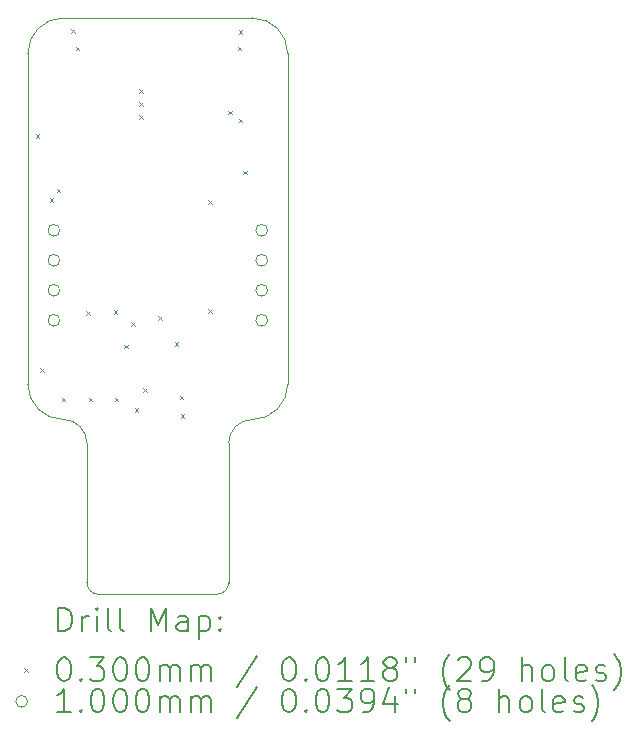
<source format=gbr>
%TF.GenerationSoftware,KiCad,Pcbnew,8.0.4*%
%TF.CreationDate,2024-09-01T23:06:21-05:00*%
%TF.ProjectId,Quick Hack,51756963-6b20-4486-9163-6b2e6b696361,rev?*%
%TF.SameCoordinates,Original*%
%TF.FileFunction,Drillmap*%
%TF.FilePolarity,Positive*%
%FSLAX45Y45*%
G04 Gerber Fmt 4.5, Leading zero omitted, Abs format (unit mm)*
G04 Created by KiCad (PCBNEW 8.0.4) date 2024-09-01 23:06:21*
%MOMM*%
%LPD*%
G01*
G04 APERTURE LIST*
%ADD10C,0.050000*%
%ADD11C,0.200000*%
%ADD12C,0.100000*%
G04 APERTURE END LIST*
D10*
X14280000Y-8520000D02*
G75*
G02*
X13980000Y-8820000I-300000J0D01*
G01*
X14280000Y-5720000D02*
X14280000Y-8520000D01*
X13780000Y-10200000D02*
X13780000Y-9020000D01*
X13180000Y-10300000D02*
X13680000Y-10300000D01*
X13980000Y-5420000D02*
G75*
G02*
X14280000Y-5720000I0J-300000D01*
G01*
X13180000Y-10300000D02*
X12680000Y-10300000D01*
X12080000Y-5720000D02*
G75*
G02*
X12380000Y-5420000I300000J0D01*
G01*
X12380000Y-8820000D02*
G75*
G02*
X12580000Y-9020000I0J-200000D01*
G01*
X12380000Y-8820000D02*
G75*
G02*
X12080000Y-8520000I0J300000D01*
G01*
X13780000Y-10200000D02*
G75*
G02*
X13680000Y-10300000I-100000J0D01*
G01*
X12580000Y-10200000D02*
X12580000Y-9020000D01*
X13980000Y-5420000D02*
X12380000Y-5420000D01*
X12680000Y-10300000D02*
G75*
G02*
X12580000Y-10200000I0J100000D01*
G01*
X12080000Y-5720000D02*
X12080000Y-8520000D01*
X13780000Y-9020000D02*
G75*
G02*
X13980000Y-8820000I200000J0D01*
G01*
D11*
D12*
X12145000Y-6405000D02*
X12175000Y-6435000D01*
X12175000Y-6405000D02*
X12145000Y-6435000D01*
X12185000Y-8385000D02*
X12215000Y-8415000D01*
X12215000Y-8385000D02*
X12185000Y-8415000D01*
X12265000Y-6945000D02*
X12295000Y-6975000D01*
X12295000Y-6945000D02*
X12265000Y-6975000D01*
X12325000Y-6865000D02*
X12355000Y-6895000D01*
X12355000Y-6865000D02*
X12325000Y-6895000D01*
X12365000Y-8635000D02*
X12395000Y-8665000D01*
X12395000Y-8635000D02*
X12365000Y-8665000D01*
X12445000Y-5515000D02*
X12475000Y-5545000D01*
X12475000Y-5515000D02*
X12445000Y-5545000D01*
X12485000Y-5665000D02*
X12515000Y-5695000D01*
X12515000Y-5665000D02*
X12485000Y-5695000D01*
X12575000Y-7905000D02*
X12605000Y-7935000D01*
X12605000Y-7905000D02*
X12575000Y-7935000D01*
X12595000Y-8635000D02*
X12625000Y-8665000D01*
X12625000Y-8635000D02*
X12595000Y-8665000D01*
X12805000Y-7895000D02*
X12835000Y-7925000D01*
X12835000Y-7895000D02*
X12805000Y-7925000D01*
X12815000Y-8635000D02*
X12845000Y-8665000D01*
X12845000Y-8635000D02*
X12815000Y-8665000D01*
X12895000Y-8185000D02*
X12925000Y-8215000D01*
X12925000Y-8185000D02*
X12895000Y-8215000D01*
X12955000Y-7995000D02*
X12985000Y-8025000D01*
X12985000Y-7995000D02*
X12955000Y-8025000D01*
X12985000Y-8725000D02*
X13015000Y-8755000D01*
X13015000Y-8725000D02*
X12985000Y-8755000D01*
X13025000Y-6025000D02*
X13055000Y-6055000D01*
X13055000Y-6025000D02*
X13025000Y-6055000D01*
X13025000Y-6135000D02*
X13055000Y-6165000D01*
X13055000Y-6135000D02*
X13025000Y-6165000D01*
X13025000Y-6245000D02*
X13055000Y-6275000D01*
X13055000Y-6245000D02*
X13025000Y-6275000D01*
X13055000Y-8555000D02*
X13085000Y-8585000D01*
X13085000Y-8555000D02*
X13055000Y-8585000D01*
X13185000Y-7945000D02*
X13215000Y-7975000D01*
X13215000Y-7945000D02*
X13185000Y-7975000D01*
X13325000Y-8165000D02*
X13355000Y-8195000D01*
X13355000Y-8165000D02*
X13325000Y-8195000D01*
X13364868Y-8620000D02*
X13394868Y-8650000D01*
X13394868Y-8620000D02*
X13364868Y-8650000D01*
X13375000Y-8775000D02*
X13405000Y-8805000D01*
X13405000Y-8775000D02*
X13375000Y-8805000D01*
X13605000Y-6965000D02*
X13635000Y-6995000D01*
X13635000Y-6965000D02*
X13605000Y-6995000D01*
X13605000Y-7885000D02*
X13635000Y-7915000D01*
X13635000Y-7885000D02*
X13605000Y-7915000D01*
X13775000Y-6205000D02*
X13805000Y-6235000D01*
X13805000Y-6205000D02*
X13775000Y-6235000D01*
X13855000Y-5665000D02*
X13885000Y-5695000D01*
X13885000Y-5665000D02*
X13855000Y-5695000D01*
X13865000Y-5525000D02*
X13895000Y-5555000D01*
X13895000Y-5525000D02*
X13865000Y-5555000D01*
X13865000Y-6275000D02*
X13895000Y-6305000D01*
X13895000Y-6275000D02*
X13865000Y-6305000D01*
X13905000Y-6715000D02*
X13935000Y-6745000D01*
X13935000Y-6715000D02*
X13905000Y-6745000D01*
X12350000Y-7218000D02*
G75*
G02*
X12250000Y-7218000I-50000J0D01*
G01*
X12250000Y-7218000D02*
G75*
G02*
X12350000Y-7218000I50000J0D01*
G01*
X12350000Y-7472000D02*
G75*
G02*
X12250000Y-7472000I-50000J0D01*
G01*
X12250000Y-7472000D02*
G75*
G02*
X12350000Y-7472000I50000J0D01*
G01*
X12350000Y-7726000D02*
G75*
G02*
X12250000Y-7726000I-50000J0D01*
G01*
X12250000Y-7726000D02*
G75*
G02*
X12350000Y-7726000I50000J0D01*
G01*
X12350000Y-7980000D02*
G75*
G02*
X12250000Y-7980000I-50000J0D01*
G01*
X12250000Y-7980000D02*
G75*
G02*
X12350000Y-7980000I50000J0D01*
G01*
X14110000Y-7218000D02*
G75*
G02*
X14010000Y-7218000I-50000J0D01*
G01*
X14010000Y-7218000D02*
G75*
G02*
X14110000Y-7218000I50000J0D01*
G01*
X14110000Y-7472000D02*
G75*
G02*
X14010000Y-7472000I-50000J0D01*
G01*
X14010000Y-7472000D02*
G75*
G02*
X14110000Y-7472000I50000J0D01*
G01*
X14110000Y-7726000D02*
G75*
G02*
X14010000Y-7726000I-50000J0D01*
G01*
X14010000Y-7726000D02*
G75*
G02*
X14110000Y-7726000I50000J0D01*
G01*
X14110000Y-7980000D02*
G75*
G02*
X14010000Y-7980000I-50000J0D01*
G01*
X14010000Y-7980000D02*
G75*
G02*
X14110000Y-7980000I50000J0D01*
G01*
D11*
X12338277Y-10613984D02*
X12338277Y-10413984D01*
X12338277Y-10413984D02*
X12385896Y-10413984D01*
X12385896Y-10413984D02*
X12414467Y-10423508D01*
X12414467Y-10423508D02*
X12433515Y-10442555D01*
X12433515Y-10442555D02*
X12443039Y-10461603D01*
X12443039Y-10461603D02*
X12452562Y-10499698D01*
X12452562Y-10499698D02*
X12452562Y-10528270D01*
X12452562Y-10528270D02*
X12443039Y-10566365D01*
X12443039Y-10566365D02*
X12433515Y-10585412D01*
X12433515Y-10585412D02*
X12414467Y-10604460D01*
X12414467Y-10604460D02*
X12385896Y-10613984D01*
X12385896Y-10613984D02*
X12338277Y-10613984D01*
X12538277Y-10613984D02*
X12538277Y-10480650D01*
X12538277Y-10518746D02*
X12547801Y-10499698D01*
X12547801Y-10499698D02*
X12557324Y-10490174D01*
X12557324Y-10490174D02*
X12576372Y-10480650D01*
X12576372Y-10480650D02*
X12595420Y-10480650D01*
X12662086Y-10613984D02*
X12662086Y-10480650D01*
X12662086Y-10413984D02*
X12652562Y-10423508D01*
X12652562Y-10423508D02*
X12662086Y-10433031D01*
X12662086Y-10433031D02*
X12671610Y-10423508D01*
X12671610Y-10423508D02*
X12662086Y-10413984D01*
X12662086Y-10413984D02*
X12662086Y-10433031D01*
X12785896Y-10613984D02*
X12766848Y-10604460D01*
X12766848Y-10604460D02*
X12757324Y-10585412D01*
X12757324Y-10585412D02*
X12757324Y-10413984D01*
X12890658Y-10613984D02*
X12871610Y-10604460D01*
X12871610Y-10604460D02*
X12862086Y-10585412D01*
X12862086Y-10585412D02*
X12862086Y-10413984D01*
X13119229Y-10613984D02*
X13119229Y-10413984D01*
X13119229Y-10413984D02*
X13185896Y-10556841D01*
X13185896Y-10556841D02*
X13252562Y-10413984D01*
X13252562Y-10413984D02*
X13252562Y-10613984D01*
X13433515Y-10613984D02*
X13433515Y-10509222D01*
X13433515Y-10509222D02*
X13423991Y-10490174D01*
X13423991Y-10490174D02*
X13404943Y-10480650D01*
X13404943Y-10480650D02*
X13366848Y-10480650D01*
X13366848Y-10480650D02*
X13347801Y-10490174D01*
X13433515Y-10604460D02*
X13414467Y-10613984D01*
X13414467Y-10613984D02*
X13366848Y-10613984D01*
X13366848Y-10613984D02*
X13347801Y-10604460D01*
X13347801Y-10604460D02*
X13338277Y-10585412D01*
X13338277Y-10585412D02*
X13338277Y-10566365D01*
X13338277Y-10566365D02*
X13347801Y-10547317D01*
X13347801Y-10547317D02*
X13366848Y-10537793D01*
X13366848Y-10537793D02*
X13414467Y-10537793D01*
X13414467Y-10537793D02*
X13433515Y-10528270D01*
X13528753Y-10480650D02*
X13528753Y-10680650D01*
X13528753Y-10490174D02*
X13547801Y-10480650D01*
X13547801Y-10480650D02*
X13585896Y-10480650D01*
X13585896Y-10480650D02*
X13604943Y-10490174D01*
X13604943Y-10490174D02*
X13614467Y-10499698D01*
X13614467Y-10499698D02*
X13623991Y-10518746D01*
X13623991Y-10518746D02*
X13623991Y-10575889D01*
X13623991Y-10575889D02*
X13614467Y-10594936D01*
X13614467Y-10594936D02*
X13604943Y-10604460D01*
X13604943Y-10604460D02*
X13585896Y-10613984D01*
X13585896Y-10613984D02*
X13547801Y-10613984D01*
X13547801Y-10613984D02*
X13528753Y-10604460D01*
X13709705Y-10594936D02*
X13719229Y-10604460D01*
X13719229Y-10604460D02*
X13709705Y-10613984D01*
X13709705Y-10613984D02*
X13700182Y-10604460D01*
X13700182Y-10604460D02*
X13709705Y-10594936D01*
X13709705Y-10594936D02*
X13709705Y-10613984D01*
X13709705Y-10490174D02*
X13719229Y-10499698D01*
X13719229Y-10499698D02*
X13709705Y-10509222D01*
X13709705Y-10509222D02*
X13700182Y-10499698D01*
X13700182Y-10499698D02*
X13709705Y-10490174D01*
X13709705Y-10490174D02*
X13709705Y-10509222D01*
D12*
X12047500Y-10927500D02*
X12077500Y-10957500D01*
X12077500Y-10927500D02*
X12047500Y-10957500D01*
D11*
X12376372Y-10833984D02*
X12395420Y-10833984D01*
X12395420Y-10833984D02*
X12414467Y-10843508D01*
X12414467Y-10843508D02*
X12423991Y-10853031D01*
X12423991Y-10853031D02*
X12433515Y-10872079D01*
X12433515Y-10872079D02*
X12443039Y-10910174D01*
X12443039Y-10910174D02*
X12443039Y-10957793D01*
X12443039Y-10957793D02*
X12433515Y-10995889D01*
X12433515Y-10995889D02*
X12423991Y-11014936D01*
X12423991Y-11014936D02*
X12414467Y-11024460D01*
X12414467Y-11024460D02*
X12395420Y-11033984D01*
X12395420Y-11033984D02*
X12376372Y-11033984D01*
X12376372Y-11033984D02*
X12357324Y-11024460D01*
X12357324Y-11024460D02*
X12347801Y-11014936D01*
X12347801Y-11014936D02*
X12338277Y-10995889D01*
X12338277Y-10995889D02*
X12328753Y-10957793D01*
X12328753Y-10957793D02*
X12328753Y-10910174D01*
X12328753Y-10910174D02*
X12338277Y-10872079D01*
X12338277Y-10872079D02*
X12347801Y-10853031D01*
X12347801Y-10853031D02*
X12357324Y-10843508D01*
X12357324Y-10843508D02*
X12376372Y-10833984D01*
X12528753Y-11014936D02*
X12538277Y-11024460D01*
X12538277Y-11024460D02*
X12528753Y-11033984D01*
X12528753Y-11033984D02*
X12519229Y-11024460D01*
X12519229Y-11024460D02*
X12528753Y-11014936D01*
X12528753Y-11014936D02*
X12528753Y-11033984D01*
X12604943Y-10833984D02*
X12728753Y-10833984D01*
X12728753Y-10833984D02*
X12662086Y-10910174D01*
X12662086Y-10910174D02*
X12690658Y-10910174D01*
X12690658Y-10910174D02*
X12709705Y-10919698D01*
X12709705Y-10919698D02*
X12719229Y-10929222D01*
X12719229Y-10929222D02*
X12728753Y-10948270D01*
X12728753Y-10948270D02*
X12728753Y-10995889D01*
X12728753Y-10995889D02*
X12719229Y-11014936D01*
X12719229Y-11014936D02*
X12709705Y-11024460D01*
X12709705Y-11024460D02*
X12690658Y-11033984D01*
X12690658Y-11033984D02*
X12633515Y-11033984D01*
X12633515Y-11033984D02*
X12614467Y-11024460D01*
X12614467Y-11024460D02*
X12604943Y-11014936D01*
X12852562Y-10833984D02*
X12871610Y-10833984D01*
X12871610Y-10833984D02*
X12890658Y-10843508D01*
X12890658Y-10843508D02*
X12900182Y-10853031D01*
X12900182Y-10853031D02*
X12909705Y-10872079D01*
X12909705Y-10872079D02*
X12919229Y-10910174D01*
X12919229Y-10910174D02*
X12919229Y-10957793D01*
X12919229Y-10957793D02*
X12909705Y-10995889D01*
X12909705Y-10995889D02*
X12900182Y-11014936D01*
X12900182Y-11014936D02*
X12890658Y-11024460D01*
X12890658Y-11024460D02*
X12871610Y-11033984D01*
X12871610Y-11033984D02*
X12852562Y-11033984D01*
X12852562Y-11033984D02*
X12833515Y-11024460D01*
X12833515Y-11024460D02*
X12823991Y-11014936D01*
X12823991Y-11014936D02*
X12814467Y-10995889D01*
X12814467Y-10995889D02*
X12804943Y-10957793D01*
X12804943Y-10957793D02*
X12804943Y-10910174D01*
X12804943Y-10910174D02*
X12814467Y-10872079D01*
X12814467Y-10872079D02*
X12823991Y-10853031D01*
X12823991Y-10853031D02*
X12833515Y-10843508D01*
X12833515Y-10843508D02*
X12852562Y-10833984D01*
X13043039Y-10833984D02*
X13062086Y-10833984D01*
X13062086Y-10833984D02*
X13081134Y-10843508D01*
X13081134Y-10843508D02*
X13090658Y-10853031D01*
X13090658Y-10853031D02*
X13100182Y-10872079D01*
X13100182Y-10872079D02*
X13109705Y-10910174D01*
X13109705Y-10910174D02*
X13109705Y-10957793D01*
X13109705Y-10957793D02*
X13100182Y-10995889D01*
X13100182Y-10995889D02*
X13090658Y-11014936D01*
X13090658Y-11014936D02*
X13081134Y-11024460D01*
X13081134Y-11024460D02*
X13062086Y-11033984D01*
X13062086Y-11033984D02*
X13043039Y-11033984D01*
X13043039Y-11033984D02*
X13023991Y-11024460D01*
X13023991Y-11024460D02*
X13014467Y-11014936D01*
X13014467Y-11014936D02*
X13004943Y-10995889D01*
X13004943Y-10995889D02*
X12995420Y-10957793D01*
X12995420Y-10957793D02*
X12995420Y-10910174D01*
X12995420Y-10910174D02*
X13004943Y-10872079D01*
X13004943Y-10872079D02*
X13014467Y-10853031D01*
X13014467Y-10853031D02*
X13023991Y-10843508D01*
X13023991Y-10843508D02*
X13043039Y-10833984D01*
X13195420Y-11033984D02*
X13195420Y-10900650D01*
X13195420Y-10919698D02*
X13204943Y-10910174D01*
X13204943Y-10910174D02*
X13223991Y-10900650D01*
X13223991Y-10900650D02*
X13252563Y-10900650D01*
X13252563Y-10900650D02*
X13271610Y-10910174D01*
X13271610Y-10910174D02*
X13281134Y-10929222D01*
X13281134Y-10929222D02*
X13281134Y-11033984D01*
X13281134Y-10929222D02*
X13290658Y-10910174D01*
X13290658Y-10910174D02*
X13309705Y-10900650D01*
X13309705Y-10900650D02*
X13338277Y-10900650D01*
X13338277Y-10900650D02*
X13357324Y-10910174D01*
X13357324Y-10910174D02*
X13366848Y-10929222D01*
X13366848Y-10929222D02*
X13366848Y-11033984D01*
X13462086Y-11033984D02*
X13462086Y-10900650D01*
X13462086Y-10919698D02*
X13471610Y-10910174D01*
X13471610Y-10910174D02*
X13490658Y-10900650D01*
X13490658Y-10900650D02*
X13519229Y-10900650D01*
X13519229Y-10900650D02*
X13538277Y-10910174D01*
X13538277Y-10910174D02*
X13547801Y-10929222D01*
X13547801Y-10929222D02*
X13547801Y-11033984D01*
X13547801Y-10929222D02*
X13557324Y-10910174D01*
X13557324Y-10910174D02*
X13576372Y-10900650D01*
X13576372Y-10900650D02*
X13604943Y-10900650D01*
X13604943Y-10900650D02*
X13623991Y-10910174D01*
X13623991Y-10910174D02*
X13633515Y-10929222D01*
X13633515Y-10929222D02*
X13633515Y-11033984D01*
X14023991Y-10824460D02*
X13852563Y-11081603D01*
X14281134Y-10833984D02*
X14300182Y-10833984D01*
X14300182Y-10833984D02*
X14319229Y-10843508D01*
X14319229Y-10843508D02*
X14328753Y-10853031D01*
X14328753Y-10853031D02*
X14338277Y-10872079D01*
X14338277Y-10872079D02*
X14347801Y-10910174D01*
X14347801Y-10910174D02*
X14347801Y-10957793D01*
X14347801Y-10957793D02*
X14338277Y-10995889D01*
X14338277Y-10995889D02*
X14328753Y-11014936D01*
X14328753Y-11014936D02*
X14319229Y-11024460D01*
X14319229Y-11024460D02*
X14300182Y-11033984D01*
X14300182Y-11033984D02*
X14281134Y-11033984D01*
X14281134Y-11033984D02*
X14262086Y-11024460D01*
X14262086Y-11024460D02*
X14252563Y-11014936D01*
X14252563Y-11014936D02*
X14243039Y-10995889D01*
X14243039Y-10995889D02*
X14233515Y-10957793D01*
X14233515Y-10957793D02*
X14233515Y-10910174D01*
X14233515Y-10910174D02*
X14243039Y-10872079D01*
X14243039Y-10872079D02*
X14252563Y-10853031D01*
X14252563Y-10853031D02*
X14262086Y-10843508D01*
X14262086Y-10843508D02*
X14281134Y-10833984D01*
X14433515Y-11014936D02*
X14443039Y-11024460D01*
X14443039Y-11024460D02*
X14433515Y-11033984D01*
X14433515Y-11033984D02*
X14423991Y-11024460D01*
X14423991Y-11024460D02*
X14433515Y-11014936D01*
X14433515Y-11014936D02*
X14433515Y-11033984D01*
X14566848Y-10833984D02*
X14585896Y-10833984D01*
X14585896Y-10833984D02*
X14604944Y-10843508D01*
X14604944Y-10843508D02*
X14614467Y-10853031D01*
X14614467Y-10853031D02*
X14623991Y-10872079D01*
X14623991Y-10872079D02*
X14633515Y-10910174D01*
X14633515Y-10910174D02*
X14633515Y-10957793D01*
X14633515Y-10957793D02*
X14623991Y-10995889D01*
X14623991Y-10995889D02*
X14614467Y-11014936D01*
X14614467Y-11014936D02*
X14604944Y-11024460D01*
X14604944Y-11024460D02*
X14585896Y-11033984D01*
X14585896Y-11033984D02*
X14566848Y-11033984D01*
X14566848Y-11033984D02*
X14547801Y-11024460D01*
X14547801Y-11024460D02*
X14538277Y-11014936D01*
X14538277Y-11014936D02*
X14528753Y-10995889D01*
X14528753Y-10995889D02*
X14519229Y-10957793D01*
X14519229Y-10957793D02*
X14519229Y-10910174D01*
X14519229Y-10910174D02*
X14528753Y-10872079D01*
X14528753Y-10872079D02*
X14538277Y-10853031D01*
X14538277Y-10853031D02*
X14547801Y-10843508D01*
X14547801Y-10843508D02*
X14566848Y-10833984D01*
X14823991Y-11033984D02*
X14709706Y-11033984D01*
X14766848Y-11033984D02*
X14766848Y-10833984D01*
X14766848Y-10833984D02*
X14747801Y-10862555D01*
X14747801Y-10862555D02*
X14728753Y-10881603D01*
X14728753Y-10881603D02*
X14709706Y-10891127D01*
X15014467Y-11033984D02*
X14900182Y-11033984D01*
X14957325Y-11033984D02*
X14957325Y-10833984D01*
X14957325Y-10833984D02*
X14938277Y-10862555D01*
X14938277Y-10862555D02*
X14919229Y-10881603D01*
X14919229Y-10881603D02*
X14900182Y-10891127D01*
X15128753Y-10919698D02*
X15109706Y-10910174D01*
X15109706Y-10910174D02*
X15100182Y-10900650D01*
X15100182Y-10900650D02*
X15090658Y-10881603D01*
X15090658Y-10881603D02*
X15090658Y-10872079D01*
X15090658Y-10872079D02*
X15100182Y-10853031D01*
X15100182Y-10853031D02*
X15109706Y-10843508D01*
X15109706Y-10843508D02*
X15128753Y-10833984D01*
X15128753Y-10833984D02*
X15166848Y-10833984D01*
X15166848Y-10833984D02*
X15185896Y-10843508D01*
X15185896Y-10843508D02*
X15195420Y-10853031D01*
X15195420Y-10853031D02*
X15204944Y-10872079D01*
X15204944Y-10872079D02*
X15204944Y-10881603D01*
X15204944Y-10881603D02*
X15195420Y-10900650D01*
X15195420Y-10900650D02*
X15185896Y-10910174D01*
X15185896Y-10910174D02*
X15166848Y-10919698D01*
X15166848Y-10919698D02*
X15128753Y-10919698D01*
X15128753Y-10919698D02*
X15109706Y-10929222D01*
X15109706Y-10929222D02*
X15100182Y-10938746D01*
X15100182Y-10938746D02*
X15090658Y-10957793D01*
X15090658Y-10957793D02*
X15090658Y-10995889D01*
X15090658Y-10995889D02*
X15100182Y-11014936D01*
X15100182Y-11014936D02*
X15109706Y-11024460D01*
X15109706Y-11024460D02*
X15128753Y-11033984D01*
X15128753Y-11033984D02*
X15166848Y-11033984D01*
X15166848Y-11033984D02*
X15185896Y-11024460D01*
X15185896Y-11024460D02*
X15195420Y-11014936D01*
X15195420Y-11014936D02*
X15204944Y-10995889D01*
X15204944Y-10995889D02*
X15204944Y-10957793D01*
X15204944Y-10957793D02*
X15195420Y-10938746D01*
X15195420Y-10938746D02*
X15185896Y-10929222D01*
X15185896Y-10929222D02*
X15166848Y-10919698D01*
X15281134Y-10833984D02*
X15281134Y-10872079D01*
X15357325Y-10833984D02*
X15357325Y-10872079D01*
X15652563Y-11110174D02*
X15643039Y-11100650D01*
X15643039Y-11100650D02*
X15623991Y-11072079D01*
X15623991Y-11072079D02*
X15614468Y-11053031D01*
X15614468Y-11053031D02*
X15604944Y-11024460D01*
X15604944Y-11024460D02*
X15595420Y-10976841D01*
X15595420Y-10976841D02*
X15595420Y-10938746D01*
X15595420Y-10938746D02*
X15604944Y-10891127D01*
X15604944Y-10891127D02*
X15614468Y-10862555D01*
X15614468Y-10862555D02*
X15623991Y-10843508D01*
X15623991Y-10843508D02*
X15643039Y-10814936D01*
X15643039Y-10814936D02*
X15652563Y-10805412D01*
X15719229Y-10853031D02*
X15728753Y-10843508D01*
X15728753Y-10843508D02*
X15747801Y-10833984D01*
X15747801Y-10833984D02*
X15795420Y-10833984D01*
X15795420Y-10833984D02*
X15814468Y-10843508D01*
X15814468Y-10843508D02*
X15823991Y-10853031D01*
X15823991Y-10853031D02*
X15833515Y-10872079D01*
X15833515Y-10872079D02*
X15833515Y-10891127D01*
X15833515Y-10891127D02*
X15823991Y-10919698D01*
X15823991Y-10919698D02*
X15709706Y-11033984D01*
X15709706Y-11033984D02*
X15833515Y-11033984D01*
X15928753Y-11033984D02*
X15966848Y-11033984D01*
X15966848Y-11033984D02*
X15985896Y-11024460D01*
X15985896Y-11024460D02*
X15995420Y-11014936D01*
X15995420Y-11014936D02*
X16014468Y-10986365D01*
X16014468Y-10986365D02*
X16023991Y-10948270D01*
X16023991Y-10948270D02*
X16023991Y-10872079D01*
X16023991Y-10872079D02*
X16014468Y-10853031D01*
X16014468Y-10853031D02*
X16004944Y-10843508D01*
X16004944Y-10843508D02*
X15985896Y-10833984D01*
X15985896Y-10833984D02*
X15947801Y-10833984D01*
X15947801Y-10833984D02*
X15928753Y-10843508D01*
X15928753Y-10843508D02*
X15919229Y-10853031D01*
X15919229Y-10853031D02*
X15909706Y-10872079D01*
X15909706Y-10872079D02*
X15909706Y-10919698D01*
X15909706Y-10919698D02*
X15919229Y-10938746D01*
X15919229Y-10938746D02*
X15928753Y-10948270D01*
X15928753Y-10948270D02*
X15947801Y-10957793D01*
X15947801Y-10957793D02*
X15985896Y-10957793D01*
X15985896Y-10957793D02*
X16004944Y-10948270D01*
X16004944Y-10948270D02*
X16014468Y-10938746D01*
X16014468Y-10938746D02*
X16023991Y-10919698D01*
X16262087Y-11033984D02*
X16262087Y-10833984D01*
X16347801Y-11033984D02*
X16347801Y-10929222D01*
X16347801Y-10929222D02*
X16338277Y-10910174D01*
X16338277Y-10910174D02*
X16319230Y-10900650D01*
X16319230Y-10900650D02*
X16290658Y-10900650D01*
X16290658Y-10900650D02*
X16271610Y-10910174D01*
X16271610Y-10910174D02*
X16262087Y-10919698D01*
X16471610Y-11033984D02*
X16452563Y-11024460D01*
X16452563Y-11024460D02*
X16443039Y-11014936D01*
X16443039Y-11014936D02*
X16433515Y-10995889D01*
X16433515Y-10995889D02*
X16433515Y-10938746D01*
X16433515Y-10938746D02*
X16443039Y-10919698D01*
X16443039Y-10919698D02*
X16452563Y-10910174D01*
X16452563Y-10910174D02*
X16471610Y-10900650D01*
X16471610Y-10900650D02*
X16500182Y-10900650D01*
X16500182Y-10900650D02*
X16519230Y-10910174D01*
X16519230Y-10910174D02*
X16528753Y-10919698D01*
X16528753Y-10919698D02*
X16538277Y-10938746D01*
X16538277Y-10938746D02*
X16538277Y-10995889D01*
X16538277Y-10995889D02*
X16528753Y-11014936D01*
X16528753Y-11014936D02*
X16519230Y-11024460D01*
X16519230Y-11024460D02*
X16500182Y-11033984D01*
X16500182Y-11033984D02*
X16471610Y-11033984D01*
X16652563Y-11033984D02*
X16633515Y-11024460D01*
X16633515Y-11024460D02*
X16623991Y-11005412D01*
X16623991Y-11005412D02*
X16623991Y-10833984D01*
X16804944Y-11024460D02*
X16785896Y-11033984D01*
X16785896Y-11033984D02*
X16747801Y-11033984D01*
X16747801Y-11033984D02*
X16728753Y-11024460D01*
X16728753Y-11024460D02*
X16719230Y-11005412D01*
X16719230Y-11005412D02*
X16719230Y-10929222D01*
X16719230Y-10929222D02*
X16728753Y-10910174D01*
X16728753Y-10910174D02*
X16747801Y-10900650D01*
X16747801Y-10900650D02*
X16785896Y-10900650D01*
X16785896Y-10900650D02*
X16804944Y-10910174D01*
X16804944Y-10910174D02*
X16814468Y-10929222D01*
X16814468Y-10929222D02*
X16814468Y-10948270D01*
X16814468Y-10948270D02*
X16719230Y-10967317D01*
X16890658Y-11024460D02*
X16909706Y-11033984D01*
X16909706Y-11033984D02*
X16947801Y-11033984D01*
X16947801Y-11033984D02*
X16966849Y-11024460D01*
X16966849Y-11024460D02*
X16976373Y-11005412D01*
X16976373Y-11005412D02*
X16976373Y-10995889D01*
X16976373Y-10995889D02*
X16966849Y-10976841D01*
X16966849Y-10976841D02*
X16947801Y-10967317D01*
X16947801Y-10967317D02*
X16919230Y-10967317D01*
X16919230Y-10967317D02*
X16900182Y-10957793D01*
X16900182Y-10957793D02*
X16890658Y-10938746D01*
X16890658Y-10938746D02*
X16890658Y-10929222D01*
X16890658Y-10929222D02*
X16900182Y-10910174D01*
X16900182Y-10910174D02*
X16919230Y-10900650D01*
X16919230Y-10900650D02*
X16947801Y-10900650D01*
X16947801Y-10900650D02*
X16966849Y-10910174D01*
X17043039Y-11110174D02*
X17052563Y-11100650D01*
X17052563Y-11100650D02*
X17071611Y-11072079D01*
X17071611Y-11072079D02*
X17081134Y-11053031D01*
X17081134Y-11053031D02*
X17090658Y-11024460D01*
X17090658Y-11024460D02*
X17100182Y-10976841D01*
X17100182Y-10976841D02*
X17100182Y-10938746D01*
X17100182Y-10938746D02*
X17090658Y-10891127D01*
X17090658Y-10891127D02*
X17081134Y-10862555D01*
X17081134Y-10862555D02*
X17071611Y-10843508D01*
X17071611Y-10843508D02*
X17052563Y-10814936D01*
X17052563Y-10814936D02*
X17043039Y-10805412D01*
D12*
X12077500Y-11206500D02*
G75*
G02*
X11977500Y-11206500I-50000J0D01*
G01*
X11977500Y-11206500D02*
G75*
G02*
X12077500Y-11206500I50000J0D01*
G01*
D11*
X12443039Y-11297984D02*
X12328753Y-11297984D01*
X12385896Y-11297984D02*
X12385896Y-11097984D01*
X12385896Y-11097984D02*
X12366848Y-11126555D01*
X12366848Y-11126555D02*
X12347801Y-11145603D01*
X12347801Y-11145603D02*
X12328753Y-11155127D01*
X12528753Y-11278936D02*
X12538277Y-11288460D01*
X12538277Y-11288460D02*
X12528753Y-11297984D01*
X12528753Y-11297984D02*
X12519229Y-11288460D01*
X12519229Y-11288460D02*
X12528753Y-11278936D01*
X12528753Y-11278936D02*
X12528753Y-11297984D01*
X12662086Y-11097984D02*
X12681134Y-11097984D01*
X12681134Y-11097984D02*
X12700182Y-11107508D01*
X12700182Y-11107508D02*
X12709705Y-11117031D01*
X12709705Y-11117031D02*
X12719229Y-11136079D01*
X12719229Y-11136079D02*
X12728753Y-11174174D01*
X12728753Y-11174174D02*
X12728753Y-11221793D01*
X12728753Y-11221793D02*
X12719229Y-11259888D01*
X12719229Y-11259888D02*
X12709705Y-11278936D01*
X12709705Y-11278936D02*
X12700182Y-11288460D01*
X12700182Y-11288460D02*
X12681134Y-11297984D01*
X12681134Y-11297984D02*
X12662086Y-11297984D01*
X12662086Y-11297984D02*
X12643039Y-11288460D01*
X12643039Y-11288460D02*
X12633515Y-11278936D01*
X12633515Y-11278936D02*
X12623991Y-11259888D01*
X12623991Y-11259888D02*
X12614467Y-11221793D01*
X12614467Y-11221793D02*
X12614467Y-11174174D01*
X12614467Y-11174174D02*
X12623991Y-11136079D01*
X12623991Y-11136079D02*
X12633515Y-11117031D01*
X12633515Y-11117031D02*
X12643039Y-11107508D01*
X12643039Y-11107508D02*
X12662086Y-11097984D01*
X12852562Y-11097984D02*
X12871610Y-11097984D01*
X12871610Y-11097984D02*
X12890658Y-11107508D01*
X12890658Y-11107508D02*
X12900182Y-11117031D01*
X12900182Y-11117031D02*
X12909705Y-11136079D01*
X12909705Y-11136079D02*
X12919229Y-11174174D01*
X12919229Y-11174174D02*
X12919229Y-11221793D01*
X12919229Y-11221793D02*
X12909705Y-11259888D01*
X12909705Y-11259888D02*
X12900182Y-11278936D01*
X12900182Y-11278936D02*
X12890658Y-11288460D01*
X12890658Y-11288460D02*
X12871610Y-11297984D01*
X12871610Y-11297984D02*
X12852562Y-11297984D01*
X12852562Y-11297984D02*
X12833515Y-11288460D01*
X12833515Y-11288460D02*
X12823991Y-11278936D01*
X12823991Y-11278936D02*
X12814467Y-11259888D01*
X12814467Y-11259888D02*
X12804943Y-11221793D01*
X12804943Y-11221793D02*
X12804943Y-11174174D01*
X12804943Y-11174174D02*
X12814467Y-11136079D01*
X12814467Y-11136079D02*
X12823991Y-11117031D01*
X12823991Y-11117031D02*
X12833515Y-11107508D01*
X12833515Y-11107508D02*
X12852562Y-11097984D01*
X13043039Y-11097984D02*
X13062086Y-11097984D01*
X13062086Y-11097984D02*
X13081134Y-11107508D01*
X13081134Y-11107508D02*
X13090658Y-11117031D01*
X13090658Y-11117031D02*
X13100182Y-11136079D01*
X13100182Y-11136079D02*
X13109705Y-11174174D01*
X13109705Y-11174174D02*
X13109705Y-11221793D01*
X13109705Y-11221793D02*
X13100182Y-11259888D01*
X13100182Y-11259888D02*
X13090658Y-11278936D01*
X13090658Y-11278936D02*
X13081134Y-11288460D01*
X13081134Y-11288460D02*
X13062086Y-11297984D01*
X13062086Y-11297984D02*
X13043039Y-11297984D01*
X13043039Y-11297984D02*
X13023991Y-11288460D01*
X13023991Y-11288460D02*
X13014467Y-11278936D01*
X13014467Y-11278936D02*
X13004943Y-11259888D01*
X13004943Y-11259888D02*
X12995420Y-11221793D01*
X12995420Y-11221793D02*
X12995420Y-11174174D01*
X12995420Y-11174174D02*
X13004943Y-11136079D01*
X13004943Y-11136079D02*
X13014467Y-11117031D01*
X13014467Y-11117031D02*
X13023991Y-11107508D01*
X13023991Y-11107508D02*
X13043039Y-11097984D01*
X13195420Y-11297984D02*
X13195420Y-11164650D01*
X13195420Y-11183698D02*
X13204943Y-11174174D01*
X13204943Y-11174174D02*
X13223991Y-11164650D01*
X13223991Y-11164650D02*
X13252563Y-11164650D01*
X13252563Y-11164650D02*
X13271610Y-11174174D01*
X13271610Y-11174174D02*
X13281134Y-11193222D01*
X13281134Y-11193222D02*
X13281134Y-11297984D01*
X13281134Y-11193222D02*
X13290658Y-11174174D01*
X13290658Y-11174174D02*
X13309705Y-11164650D01*
X13309705Y-11164650D02*
X13338277Y-11164650D01*
X13338277Y-11164650D02*
X13357324Y-11174174D01*
X13357324Y-11174174D02*
X13366848Y-11193222D01*
X13366848Y-11193222D02*
X13366848Y-11297984D01*
X13462086Y-11297984D02*
X13462086Y-11164650D01*
X13462086Y-11183698D02*
X13471610Y-11174174D01*
X13471610Y-11174174D02*
X13490658Y-11164650D01*
X13490658Y-11164650D02*
X13519229Y-11164650D01*
X13519229Y-11164650D02*
X13538277Y-11174174D01*
X13538277Y-11174174D02*
X13547801Y-11193222D01*
X13547801Y-11193222D02*
X13547801Y-11297984D01*
X13547801Y-11193222D02*
X13557324Y-11174174D01*
X13557324Y-11174174D02*
X13576372Y-11164650D01*
X13576372Y-11164650D02*
X13604943Y-11164650D01*
X13604943Y-11164650D02*
X13623991Y-11174174D01*
X13623991Y-11174174D02*
X13633515Y-11193222D01*
X13633515Y-11193222D02*
X13633515Y-11297984D01*
X14023991Y-11088460D02*
X13852563Y-11345603D01*
X14281134Y-11097984D02*
X14300182Y-11097984D01*
X14300182Y-11097984D02*
X14319229Y-11107508D01*
X14319229Y-11107508D02*
X14328753Y-11117031D01*
X14328753Y-11117031D02*
X14338277Y-11136079D01*
X14338277Y-11136079D02*
X14347801Y-11174174D01*
X14347801Y-11174174D02*
X14347801Y-11221793D01*
X14347801Y-11221793D02*
X14338277Y-11259888D01*
X14338277Y-11259888D02*
X14328753Y-11278936D01*
X14328753Y-11278936D02*
X14319229Y-11288460D01*
X14319229Y-11288460D02*
X14300182Y-11297984D01*
X14300182Y-11297984D02*
X14281134Y-11297984D01*
X14281134Y-11297984D02*
X14262086Y-11288460D01*
X14262086Y-11288460D02*
X14252563Y-11278936D01*
X14252563Y-11278936D02*
X14243039Y-11259888D01*
X14243039Y-11259888D02*
X14233515Y-11221793D01*
X14233515Y-11221793D02*
X14233515Y-11174174D01*
X14233515Y-11174174D02*
X14243039Y-11136079D01*
X14243039Y-11136079D02*
X14252563Y-11117031D01*
X14252563Y-11117031D02*
X14262086Y-11107508D01*
X14262086Y-11107508D02*
X14281134Y-11097984D01*
X14433515Y-11278936D02*
X14443039Y-11288460D01*
X14443039Y-11288460D02*
X14433515Y-11297984D01*
X14433515Y-11297984D02*
X14423991Y-11288460D01*
X14423991Y-11288460D02*
X14433515Y-11278936D01*
X14433515Y-11278936D02*
X14433515Y-11297984D01*
X14566848Y-11097984D02*
X14585896Y-11097984D01*
X14585896Y-11097984D02*
X14604944Y-11107508D01*
X14604944Y-11107508D02*
X14614467Y-11117031D01*
X14614467Y-11117031D02*
X14623991Y-11136079D01*
X14623991Y-11136079D02*
X14633515Y-11174174D01*
X14633515Y-11174174D02*
X14633515Y-11221793D01*
X14633515Y-11221793D02*
X14623991Y-11259888D01*
X14623991Y-11259888D02*
X14614467Y-11278936D01*
X14614467Y-11278936D02*
X14604944Y-11288460D01*
X14604944Y-11288460D02*
X14585896Y-11297984D01*
X14585896Y-11297984D02*
X14566848Y-11297984D01*
X14566848Y-11297984D02*
X14547801Y-11288460D01*
X14547801Y-11288460D02*
X14538277Y-11278936D01*
X14538277Y-11278936D02*
X14528753Y-11259888D01*
X14528753Y-11259888D02*
X14519229Y-11221793D01*
X14519229Y-11221793D02*
X14519229Y-11174174D01*
X14519229Y-11174174D02*
X14528753Y-11136079D01*
X14528753Y-11136079D02*
X14538277Y-11117031D01*
X14538277Y-11117031D02*
X14547801Y-11107508D01*
X14547801Y-11107508D02*
X14566848Y-11097984D01*
X14700182Y-11097984D02*
X14823991Y-11097984D01*
X14823991Y-11097984D02*
X14757325Y-11174174D01*
X14757325Y-11174174D02*
X14785896Y-11174174D01*
X14785896Y-11174174D02*
X14804944Y-11183698D01*
X14804944Y-11183698D02*
X14814467Y-11193222D01*
X14814467Y-11193222D02*
X14823991Y-11212269D01*
X14823991Y-11212269D02*
X14823991Y-11259888D01*
X14823991Y-11259888D02*
X14814467Y-11278936D01*
X14814467Y-11278936D02*
X14804944Y-11288460D01*
X14804944Y-11288460D02*
X14785896Y-11297984D01*
X14785896Y-11297984D02*
X14728753Y-11297984D01*
X14728753Y-11297984D02*
X14709706Y-11288460D01*
X14709706Y-11288460D02*
X14700182Y-11278936D01*
X14919229Y-11297984D02*
X14957325Y-11297984D01*
X14957325Y-11297984D02*
X14976372Y-11288460D01*
X14976372Y-11288460D02*
X14985896Y-11278936D01*
X14985896Y-11278936D02*
X15004944Y-11250365D01*
X15004944Y-11250365D02*
X15014467Y-11212269D01*
X15014467Y-11212269D02*
X15014467Y-11136079D01*
X15014467Y-11136079D02*
X15004944Y-11117031D01*
X15004944Y-11117031D02*
X14995420Y-11107508D01*
X14995420Y-11107508D02*
X14976372Y-11097984D01*
X14976372Y-11097984D02*
X14938277Y-11097984D01*
X14938277Y-11097984D02*
X14919229Y-11107508D01*
X14919229Y-11107508D02*
X14909706Y-11117031D01*
X14909706Y-11117031D02*
X14900182Y-11136079D01*
X14900182Y-11136079D02*
X14900182Y-11183698D01*
X14900182Y-11183698D02*
X14909706Y-11202746D01*
X14909706Y-11202746D02*
X14919229Y-11212269D01*
X14919229Y-11212269D02*
X14938277Y-11221793D01*
X14938277Y-11221793D02*
X14976372Y-11221793D01*
X14976372Y-11221793D02*
X14995420Y-11212269D01*
X14995420Y-11212269D02*
X15004944Y-11202746D01*
X15004944Y-11202746D02*
X15014467Y-11183698D01*
X15185896Y-11164650D02*
X15185896Y-11297984D01*
X15138277Y-11088460D02*
X15090658Y-11231317D01*
X15090658Y-11231317D02*
X15214467Y-11231317D01*
X15281134Y-11097984D02*
X15281134Y-11136079D01*
X15357325Y-11097984D02*
X15357325Y-11136079D01*
X15652563Y-11374174D02*
X15643039Y-11364650D01*
X15643039Y-11364650D02*
X15623991Y-11336079D01*
X15623991Y-11336079D02*
X15614468Y-11317031D01*
X15614468Y-11317031D02*
X15604944Y-11288460D01*
X15604944Y-11288460D02*
X15595420Y-11240841D01*
X15595420Y-11240841D02*
X15595420Y-11202746D01*
X15595420Y-11202746D02*
X15604944Y-11155127D01*
X15604944Y-11155127D02*
X15614468Y-11126555D01*
X15614468Y-11126555D02*
X15623991Y-11107508D01*
X15623991Y-11107508D02*
X15643039Y-11078936D01*
X15643039Y-11078936D02*
X15652563Y-11069412D01*
X15757325Y-11183698D02*
X15738277Y-11174174D01*
X15738277Y-11174174D02*
X15728753Y-11164650D01*
X15728753Y-11164650D02*
X15719229Y-11145603D01*
X15719229Y-11145603D02*
X15719229Y-11136079D01*
X15719229Y-11136079D02*
X15728753Y-11117031D01*
X15728753Y-11117031D02*
X15738277Y-11107508D01*
X15738277Y-11107508D02*
X15757325Y-11097984D01*
X15757325Y-11097984D02*
X15795420Y-11097984D01*
X15795420Y-11097984D02*
X15814468Y-11107508D01*
X15814468Y-11107508D02*
X15823991Y-11117031D01*
X15823991Y-11117031D02*
X15833515Y-11136079D01*
X15833515Y-11136079D02*
X15833515Y-11145603D01*
X15833515Y-11145603D02*
X15823991Y-11164650D01*
X15823991Y-11164650D02*
X15814468Y-11174174D01*
X15814468Y-11174174D02*
X15795420Y-11183698D01*
X15795420Y-11183698D02*
X15757325Y-11183698D01*
X15757325Y-11183698D02*
X15738277Y-11193222D01*
X15738277Y-11193222D02*
X15728753Y-11202746D01*
X15728753Y-11202746D02*
X15719229Y-11221793D01*
X15719229Y-11221793D02*
X15719229Y-11259888D01*
X15719229Y-11259888D02*
X15728753Y-11278936D01*
X15728753Y-11278936D02*
X15738277Y-11288460D01*
X15738277Y-11288460D02*
X15757325Y-11297984D01*
X15757325Y-11297984D02*
X15795420Y-11297984D01*
X15795420Y-11297984D02*
X15814468Y-11288460D01*
X15814468Y-11288460D02*
X15823991Y-11278936D01*
X15823991Y-11278936D02*
X15833515Y-11259888D01*
X15833515Y-11259888D02*
X15833515Y-11221793D01*
X15833515Y-11221793D02*
X15823991Y-11202746D01*
X15823991Y-11202746D02*
X15814468Y-11193222D01*
X15814468Y-11193222D02*
X15795420Y-11183698D01*
X16071610Y-11297984D02*
X16071610Y-11097984D01*
X16157325Y-11297984D02*
X16157325Y-11193222D01*
X16157325Y-11193222D02*
X16147801Y-11174174D01*
X16147801Y-11174174D02*
X16128753Y-11164650D01*
X16128753Y-11164650D02*
X16100182Y-11164650D01*
X16100182Y-11164650D02*
X16081134Y-11174174D01*
X16081134Y-11174174D02*
X16071610Y-11183698D01*
X16281134Y-11297984D02*
X16262087Y-11288460D01*
X16262087Y-11288460D02*
X16252563Y-11278936D01*
X16252563Y-11278936D02*
X16243039Y-11259888D01*
X16243039Y-11259888D02*
X16243039Y-11202746D01*
X16243039Y-11202746D02*
X16252563Y-11183698D01*
X16252563Y-11183698D02*
X16262087Y-11174174D01*
X16262087Y-11174174D02*
X16281134Y-11164650D01*
X16281134Y-11164650D02*
X16309706Y-11164650D01*
X16309706Y-11164650D02*
X16328753Y-11174174D01*
X16328753Y-11174174D02*
X16338277Y-11183698D01*
X16338277Y-11183698D02*
X16347801Y-11202746D01*
X16347801Y-11202746D02*
X16347801Y-11259888D01*
X16347801Y-11259888D02*
X16338277Y-11278936D01*
X16338277Y-11278936D02*
X16328753Y-11288460D01*
X16328753Y-11288460D02*
X16309706Y-11297984D01*
X16309706Y-11297984D02*
X16281134Y-11297984D01*
X16462087Y-11297984D02*
X16443039Y-11288460D01*
X16443039Y-11288460D02*
X16433515Y-11269412D01*
X16433515Y-11269412D02*
X16433515Y-11097984D01*
X16614468Y-11288460D02*
X16595420Y-11297984D01*
X16595420Y-11297984D02*
X16557325Y-11297984D01*
X16557325Y-11297984D02*
X16538277Y-11288460D01*
X16538277Y-11288460D02*
X16528753Y-11269412D01*
X16528753Y-11269412D02*
X16528753Y-11193222D01*
X16528753Y-11193222D02*
X16538277Y-11174174D01*
X16538277Y-11174174D02*
X16557325Y-11164650D01*
X16557325Y-11164650D02*
X16595420Y-11164650D01*
X16595420Y-11164650D02*
X16614468Y-11174174D01*
X16614468Y-11174174D02*
X16623991Y-11193222D01*
X16623991Y-11193222D02*
X16623991Y-11212269D01*
X16623991Y-11212269D02*
X16528753Y-11231317D01*
X16700182Y-11288460D02*
X16719230Y-11297984D01*
X16719230Y-11297984D02*
X16757325Y-11297984D01*
X16757325Y-11297984D02*
X16776372Y-11288460D01*
X16776372Y-11288460D02*
X16785896Y-11269412D01*
X16785896Y-11269412D02*
X16785896Y-11259888D01*
X16785896Y-11259888D02*
X16776372Y-11240841D01*
X16776372Y-11240841D02*
X16757325Y-11231317D01*
X16757325Y-11231317D02*
X16728753Y-11231317D01*
X16728753Y-11231317D02*
X16709706Y-11221793D01*
X16709706Y-11221793D02*
X16700182Y-11202746D01*
X16700182Y-11202746D02*
X16700182Y-11193222D01*
X16700182Y-11193222D02*
X16709706Y-11174174D01*
X16709706Y-11174174D02*
X16728753Y-11164650D01*
X16728753Y-11164650D02*
X16757325Y-11164650D01*
X16757325Y-11164650D02*
X16776372Y-11174174D01*
X16852563Y-11374174D02*
X16862087Y-11364650D01*
X16862087Y-11364650D02*
X16881134Y-11336079D01*
X16881134Y-11336079D02*
X16890658Y-11317031D01*
X16890658Y-11317031D02*
X16900182Y-11288460D01*
X16900182Y-11288460D02*
X16909706Y-11240841D01*
X16909706Y-11240841D02*
X16909706Y-11202746D01*
X16909706Y-11202746D02*
X16900182Y-11155127D01*
X16900182Y-11155127D02*
X16890658Y-11126555D01*
X16890658Y-11126555D02*
X16881134Y-11107508D01*
X16881134Y-11107508D02*
X16862087Y-11078936D01*
X16862087Y-11078936D02*
X16852563Y-11069412D01*
M02*

</source>
